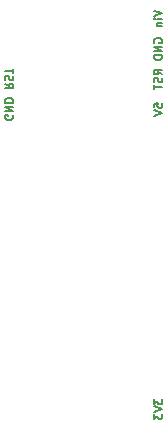
<source format=gbr>
G04 #@! TF.GenerationSoftware,KiCad,Pcbnew,(5.0.0)*
G04 #@! TF.CreationDate,2020-10-19T16:45:58-06:00*
G04 #@! TF.ProjectId,BlueMacro_LED_Tester,426C75654D6163726F5F4C45445F5465,rev?*
G04 #@! TF.SameCoordinates,Original*
G04 #@! TF.FileFunction,Legend,Bot*
G04 #@! TF.FilePolarity,Positive*
%FSLAX46Y46*%
G04 Gerber Fmt 4.6, Leading zero omitted, Abs format (unit mm)*
G04 Created by KiCad (PCBNEW (5.0.0)) date 10/19/20 16:45:58*
%MOMM*%
%LPD*%
G01*
G04 APERTURE LIST*
%ADD10C,0.150000*%
G04 APERTURE END LIST*
G04 #@! TO.C,U1*
D10*
X146936666Y-71673333D02*
X147636666Y-71906666D01*
X146936666Y-72140000D01*
X147636666Y-72373333D02*
X147170000Y-72373333D01*
X146936666Y-72373333D02*
X146970000Y-72340000D01*
X147003333Y-72373333D01*
X146970000Y-72406666D01*
X146936666Y-72373333D01*
X147003333Y-72373333D01*
X147170000Y-72706666D02*
X147636666Y-72706666D01*
X147236666Y-72706666D02*
X147203333Y-72740000D01*
X147170000Y-72806666D01*
X147170000Y-72906666D01*
X147203333Y-72973333D01*
X147270000Y-73006666D01*
X147636666Y-73006666D01*
X146970000Y-74396666D02*
X146936666Y-74330000D01*
X146936666Y-74230000D01*
X146970000Y-74130000D01*
X147036666Y-74063333D01*
X147103333Y-74030000D01*
X147236666Y-73996666D01*
X147336666Y-73996666D01*
X147470000Y-74030000D01*
X147536666Y-74063333D01*
X147603333Y-74130000D01*
X147636666Y-74230000D01*
X147636666Y-74296666D01*
X147603333Y-74396666D01*
X147570000Y-74430000D01*
X147336666Y-74430000D01*
X147336666Y-74296666D01*
X147636666Y-74730000D02*
X146936666Y-74730000D01*
X147636666Y-75130000D01*
X146936666Y-75130000D01*
X147636666Y-75463333D02*
X146936666Y-75463333D01*
X146936666Y-75630000D01*
X146970000Y-75730000D01*
X147036666Y-75796666D01*
X147103333Y-75830000D01*
X147236666Y-75863333D01*
X147336666Y-75863333D01*
X147470000Y-75830000D01*
X147536666Y-75796666D01*
X147603333Y-75730000D01*
X147636666Y-75630000D01*
X147636666Y-75463333D01*
X134303333Y-77853333D02*
X134636666Y-78086666D01*
X134303333Y-78253333D02*
X135003333Y-78253333D01*
X135003333Y-77986666D01*
X134970000Y-77920000D01*
X134936666Y-77886666D01*
X134870000Y-77853333D01*
X134770000Y-77853333D01*
X134703333Y-77886666D01*
X134670000Y-77920000D01*
X134636666Y-77986666D01*
X134636666Y-78253333D01*
X134336666Y-77586666D02*
X134303333Y-77486666D01*
X134303333Y-77320000D01*
X134336666Y-77253333D01*
X134370000Y-77220000D01*
X134436666Y-77186666D01*
X134503333Y-77186666D01*
X134570000Y-77220000D01*
X134603333Y-77253333D01*
X134636666Y-77320000D01*
X134670000Y-77453333D01*
X134703333Y-77520000D01*
X134736666Y-77553333D01*
X134803333Y-77586666D01*
X134870000Y-77586666D01*
X134936666Y-77553333D01*
X134970000Y-77520000D01*
X135003333Y-77453333D01*
X135003333Y-77286666D01*
X134970000Y-77186666D01*
X135003333Y-76986666D02*
X135003333Y-76586666D01*
X134303333Y-76786666D02*
X135003333Y-76786666D01*
X146936666Y-79876666D02*
X146936666Y-79543333D01*
X147270000Y-79510000D01*
X147236666Y-79543333D01*
X147203333Y-79610000D01*
X147203333Y-79776666D01*
X147236666Y-79843333D01*
X147270000Y-79876666D01*
X147336666Y-79910000D01*
X147503333Y-79910000D01*
X147570000Y-79876666D01*
X147603333Y-79843333D01*
X147636666Y-79776666D01*
X147636666Y-79610000D01*
X147603333Y-79543333D01*
X147570000Y-79510000D01*
X146936666Y-80110000D02*
X147636666Y-80343333D01*
X146936666Y-80576666D01*
X134970000Y-80543333D02*
X135003333Y-80610000D01*
X135003333Y-80710000D01*
X134970000Y-80810000D01*
X134903333Y-80876666D01*
X134836666Y-80910000D01*
X134703333Y-80943333D01*
X134603333Y-80943333D01*
X134470000Y-80910000D01*
X134403333Y-80876666D01*
X134336666Y-80810000D01*
X134303333Y-80710000D01*
X134303333Y-80643333D01*
X134336666Y-80543333D01*
X134370000Y-80510000D01*
X134603333Y-80510000D01*
X134603333Y-80643333D01*
X134303333Y-80210000D02*
X135003333Y-80210000D01*
X134303333Y-79810000D01*
X135003333Y-79810000D01*
X134303333Y-79476666D02*
X135003333Y-79476666D01*
X135003333Y-79310000D01*
X134970000Y-79210000D01*
X134903333Y-79143333D01*
X134836666Y-79110000D01*
X134703333Y-79076666D01*
X134603333Y-79076666D01*
X134470000Y-79110000D01*
X134403333Y-79143333D01*
X134336666Y-79210000D01*
X134303333Y-79310000D01*
X134303333Y-79476666D01*
X147636666Y-77086666D02*
X147303333Y-76853333D01*
X147636666Y-76686666D02*
X146936666Y-76686666D01*
X146936666Y-76953333D01*
X146970000Y-77020000D01*
X147003333Y-77053333D01*
X147070000Y-77086666D01*
X147170000Y-77086666D01*
X147236666Y-77053333D01*
X147270000Y-77020000D01*
X147303333Y-76953333D01*
X147303333Y-76686666D01*
X147603333Y-77353333D02*
X147636666Y-77453333D01*
X147636666Y-77620000D01*
X147603333Y-77686666D01*
X147570000Y-77720000D01*
X147503333Y-77753333D01*
X147436666Y-77753333D01*
X147370000Y-77720000D01*
X147336666Y-77686666D01*
X147303333Y-77620000D01*
X147270000Y-77486666D01*
X147236666Y-77420000D01*
X147203333Y-77386666D01*
X147136666Y-77353333D01*
X147070000Y-77353333D01*
X147003333Y-77386666D01*
X146970000Y-77420000D01*
X146936666Y-77486666D01*
X146936666Y-77653333D01*
X146970000Y-77753333D01*
X146936666Y-77953333D02*
X146936666Y-78353333D01*
X147636666Y-78153333D02*
X146936666Y-78153333D01*
X146936666Y-104543333D02*
X146936666Y-104976666D01*
X147203333Y-104743333D01*
X147203333Y-104843333D01*
X147236666Y-104910000D01*
X147270000Y-104943333D01*
X147336666Y-104976666D01*
X147503333Y-104976666D01*
X147570000Y-104943333D01*
X147603333Y-104910000D01*
X147636666Y-104843333D01*
X147636666Y-104643333D01*
X147603333Y-104576666D01*
X147570000Y-104543333D01*
X146936666Y-105176666D02*
X147636666Y-105410000D01*
X146936666Y-105643333D01*
X146936666Y-105810000D02*
X146936666Y-106243333D01*
X147203333Y-106010000D01*
X147203333Y-106110000D01*
X147236666Y-106176666D01*
X147270000Y-106210000D01*
X147336666Y-106243333D01*
X147503333Y-106243333D01*
X147570000Y-106210000D01*
X147603333Y-106176666D01*
X147636666Y-106110000D01*
X147636666Y-105910000D01*
X147603333Y-105843333D01*
X147570000Y-105810000D01*
G04 #@! TD*
M02*

</source>
